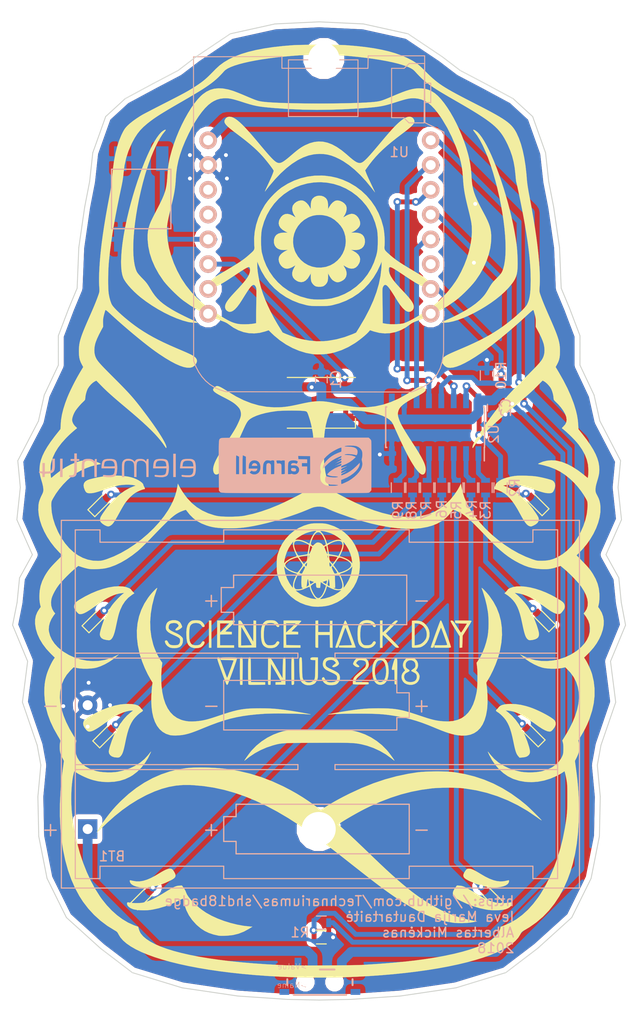
<source format=kicad_pcb>
(kicad_pcb (version 20171130) (host pcbnew no-vcs-found-bf44d39~61~ubuntu16.04.1)
  (layers (0 F.Cu signal) (31 B.Cu signal) (34 B.Paste user) (35 F.Paste user) (36 B.SilkS user) (37 F.SilkS user) (38 B.Mask user) (39 F.Mask user) (44 Edge.Cuts user))
  (net 0 "")
  (net 1 "Net-(U1-Pad9)")
  (net 2 "Net-(R1-Pad2)")
  (net 3 "Net-(U1-Pad11)")
  (net 4 "Net-(U1-Pad12)")
  (net 5 "Net-(U1-Pad14)")
  (net 6 "Net-(U1-Pad15)")
  (net 7 +3V3)
  (net 8 VCC)
  (net 9 GND)
  (net 10 "Net-(U1-Pad3)")
  (net 11 "Net-(U1-Pad4)")
  (net 12 "Net-(SW2-Pad2)")
  (net 13 "Net-(LED1-Pad4)")
  (net 14 "Net-(U1-Pad7)")
  (net 15 "Net-(U1-Pad8)")
  (net 16 "Net-(R9-Pad2)")
  (net 17 "Net-(D8-Pad2)")
  (net 18 "Net-(D1-Pad2)")
  (net 19 "Net-(R2-Pad2)")
  (net 20 "Net-(R3-Pad2)")
  (net 21 "Net-(D2-Pad2)")
  (net 22 "Net-(D3-Pad2)")
  (net 23 "Net-(R4-Pad2)")
  (net 24 "Net-(R5-Pad2)")
  (net 25 "Net-(D4-Pad2)")
  (net 26 "Net-(D5-Pad2)")
  (net 27 "Net-(R6-Pad2)")
  (net 28 "Net-(R7-Pad2)")
  (net 29 "Net-(D6-Pad2)")
  (net 30 "Net-(D7-Pad2)")
  (net 31 "Net-(R8-Pad2)")
  (net 32 "Net-(LED1-Pad2)")
  (net 33 "Net-(U2-Pad9)")
  (net 34 "Net-(BT1-Pad1)")
  (net 35 "Net-(SW1-Pad1)")
  (net 36 "Net-(R10-Pad1)")
  (module Battery_Holders:Keystone_2479_3xAAA (layer B.Cu) (at 264 215)
    (fp_text reference BT1 (at 2.5 2.8 180) (layer B.SilkS) (effects (justify mirror)))
    (fp_text value Battery)
    (fp_text user + (at 12.7 0) (layer B.SilkS) (effects (font (size 1.5 1.5)) (justify mirror)))
    (fp_text user + (at 34.29 -12.7) (layer B.SilkS) (effects (font (size 1.5 1.5)) (justify mirror)))
    (fp_text user + (at 12.7 -23.495) (layer B.SilkS) (effects (font (size 1.5 1.5)) (justify mirror)))
    (fp_text user - (at 12.7 -12.7) (layer B.SilkS) (effects (font (size 1.5 1.5)) (justify mirror)))
    (fp_text user - (at 34.29 -23.495) (layer B.SilkS) (effects (font (size 1.5 1.5)) (justify mirror)))
    (fp_text user - (at 34.29 0) (layer B.SilkS) (effects (font (size 1.5 1.5)) (justify mirror)))
    (fp_text user - (at -3.81 -12.7) (layer B.SilkS) (effects (font (size 1.5 1.5)) (justify mirror)))
    (fp_text user + (at -3.81 0) (layer B.SilkS) (effects (font (size 1.5 1.5)) (justify mirror)))
    (pad 1 thru_hole rect (at 0 0) (size 2 2) (drill 1.02) (layers *.Cu *.Mask) (net 34 "Net-(BT1-Pad1)"))
    (pad 2 thru_hole circle (at 0 -12.7) (size 2 2) (drill 1.02) (layers *.Cu *.Mask) (net 9 GND))
    (pad "" np_thru_hole circle (at 23.7236 0) (size 3.5 3.5) (drill 3.5) (layers *.Cu *.Mask))
  )
  (module Resistors_SMD:R_0603 (layer B.Cu) (at 305 168.5 90)
    (fp_text reference R10 (at 0 1.45 90) (layer B.SilkS) (effects (justify mirror)))
    (fp_text value 1k)
    (pad 2 smd rect (at 0.75 0 90) (size 0.5 0.9) (layers B.Cu B.Paste B.Mask) (net 9 GND))
    (pad 1 smd rect (at -0.75 0 90) (size 0.5 0.9) (layers B.Cu B.Paste B.Mask) (net 36 "Net-(R10-Pad1)"))
  )
  (module wemos:4P-SMD-6.2X6.2X4H (layer B.Cu) (at 269.5 150.4 270)
    (fp_text reference SW2)
    (fp_text value SW_Push hide)
    (pad 1 smd rect (at -4.129 2.159 270) (size 2.54 1.27) (layers B.Cu B.Paste B.Mask) (net 9 GND))
    (pad 2 smd rect (at -4.129 -2.159 270) (size 2.54 1.27) (layers B.Cu B.Paste B.Mask) (net 12 "Net-(SW2-Pad2)"))
    (pad 2 smd rect (at 4.129 -2.159 270) (size 2.54 1.27) (layers B.Cu B.Paste B.Mask) (net 12 "Net-(SW2-Pad2)"))
    (pad 1 smd rect (at 4.129 2.159 270) (size 2.54 1.27) (layers B.Cu B.Paste B.Mask) (net 9 GND))
  )
  (module wemos:SWITCH-SPST-SMD-A (layer B.Cu) (at 287.85 230.7)
    (fp_text reference SW1 hide)
    (fp_text value SW_SPDT hide)
    (fp_text user >Name (at -1.27 0.635) (layer B.SilkS) (effects (font (size 0.57912 0.57912) (thickness 0.048768)) (justify left bottom mirror)))
    (fp_text user >Value (at -1.27 -1.27) (layer B.SilkS) (effects (font (size 0.57912 0.57912) (thickness 0.048768)) (justify left bottom mirror)))
    (pad 1 smd rect (at -2.25 -1.75 180) (size 0.7 1.5) (layers B.Cu B.Paste B.Mask) (net 35 "Net-(SW1-Pad1)"))
    (pad 2 smd rect (at -0.75 -1.75 180) (size 0.7 1.5) (layers B.Cu B.Paste B.Mask) (net 34 "Net-(BT1-Pad1)"))
    (pad 3 smd rect (at 2.25 -1.75 180) (size 0.7 1.5) (layers B.Cu B.Paste B.Mask) (net 8 VCC))
    (pad GND1 smd rect (at -3.65 1) (size 1 0.6) (layers B.Cu B.Paste B.Mask))
    (pad GND2 smd rect (at -3.65 -1.1) (size 1 0.8) (layers B.Cu B.Paste B.Mask))
    (pad GND3 smd rect (at 3.65 1) (size 1 0.6) (layers B.Cu B.Paste B.Mask))
    (pad GND4 smd rect (at 3.65 -1.1) (size 1 0.8) (layers B.Cu B.Paste B.Mask))
    (pad "" np_thru_hole circle (at -1.5 0) (size 0.9 0.9) (drill 0.9) (layers *.Cu))
    (pad "" np_thru_hole circle (at 1.5 0) (size 0.9 0.9) (drill 0.9) (layers *.Cu))
  )
  (module Capacitors_SMD:C_0603 (layer B.Cu) (at 288 168.9 90)
    (fp_text reference C1 (at 0 1.5 90) (layer B.SilkS) (effects (justify mirror)))
    (fp_text value 1u)
    (pad 2 smd rect (at 0.75 0 90) (size 0.8 0.75) (layers B.Cu B.Paste B.Mask) (net 9 GND))
    (pad 1 smd rect (at -0.75 0 90) (size 0.8 0.75) (layers B.Cu B.Paste B.Mask) (net 8 VCC))
  )
  (module Capacitors_SMD:C_0603 (layer B.Cu) (at 305.659625 171.798525 270)
    (fp_text reference C2 (at 0 -1.3 270) (layer B.SilkS) (effects (justify mirror)))
    (fp_text value 1u)
    (pad 1 smd rect (at -0.75 0 270) (size 0.8 0.75) (layers B.Cu B.Paste B.Mask) (net 8 VCC))
    (pad 2 smd rect (at 0.75 0 270) (size 0.8 0.75) (layers B.Cu B.Paste B.Mask) (net 9 GND))
  )
  (module Housings_SOIC:SOIC-16_3.9x9.9mm_Pitch1.27mm (layer B.Cu) (at 299.679556 173.799402 90)
    (fp_text reference U2 (at -0.700598 6.020444 90) (layer B.SilkS) (effects (justify mirror)))
    (fp_text value 74HC595)
    (pad 16 smd rect (at 2.7 4.445 90) (size 1.5 0.6) (layers B.Cu B.Paste B.Mask) (net 8 VCC))
    (pad 15 smd rect (at 2.7 3.175 90) (size 1.5 0.6) (layers B.Cu B.Paste B.Mask) (net 19 "Net-(R2-Pad2)"))
    (pad 14 smd rect (at 2.7 1.905 90) (size 1.5 0.6) (layers B.Cu B.Paste B.Mask) (net 5 "Net-(U1-Pad14)"))
    (pad 13 smd rect (at 2.7 0.635 90) (size 1.5 0.6) (layers B.Cu B.Paste B.Mask) (net 36 "Net-(R10-Pad1)"))
    (pad 12 smd rect (at 2.7 -0.635 90) (size 1.5 0.6) (layers B.Cu B.Paste B.Mask) (net 6 "Net-(U1-Pad15)"))
    (pad 11 smd rect (at 2.7 -1.905 90) (size 1.5 0.6) (layers B.Cu B.Paste B.Mask) (net 4 "Net-(U1-Pad12)"))
    (pad 10 smd rect (at 2.7 -3.175 90) (size 1.5 0.6) (layers B.Cu B.Paste B.Mask) (net 8 VCC))
    (pad 9 smd rect (at 2.7 -4.445 90) (size 1.5 0.6) (layers B.Cu B.Paste B.Mask) (net 33 "Net-(U2-Pad9)"))
    (pad 8 smd rect (at -2.7 -4.445 90) (size 1.5 0.6) (layers B.Cu B.Paste B.Mask) (net 9 GND))
    (pad 7 smd rect (at -2.7 -3.175 90) (size 1.5 0.6) (layers B.Cu B.Paste B.Mask) (net 16 "Net-(R9-Pad2)"))
    (pad 6 smd rect (at -2.7 -1.905 90) (size 1.5 0.6) (layers B.Cu B.Paste B.Mask) (net 31 "Net-(R8-Pad2)"))
    (pad 5 smd rect (at -2.7 -0.635 90) (size 1.5 0.6) (layers B.Cu B.Paste B.Mask) (net 28 "Net-(R7-Pad2)"))
    (pad 4 smd rect (at -2.7 0.635 90) (size 1.5 0.6) (layers B.Cu B.Paste B.Mask) (net 27 "Net-(R6-Pad2)"))
    (pad 3 smd rect (at -2.7 1.905 90) (size 1.5 0.6) (layers B.Cu B.Paste B.Mask) (net 24 "Net-(R5-Pad2)"))
    (pad 2 smd rect (at -2.7 3.175 90) (size 1.5 0.6) (layers B.Cu B.Paste B.Mask) (net 23 "Net-(R4-Pad2)"))
    (pad 1 smd rect (at -2.7 4.445 90) (size 1.5 0.6) (layers B.Cu B.Paste B.Mask) (net 20 "Net-(R3-Pad2)"))
  )
  (module LEDs:LED_0603 (layer F.Cu) (at 310.8 193.5 135)
    (fp_text reference D7 hide)
    (fp_text value LED)
    (pad 2 smd rect (at 0.799999 0 315) (size 0.8 0.8) (layers F.Cu F.Paste F.Mask) (net 30 "Net-(D7-Pad2)"))
    (pad 1 smd rect (at -0.799999 0 315) (size 0.8 0.8) (layers F.Cu F.Paste F.Mask) (net 9 GND))
  )
  (module LEDs:LED_0603 (layer F.Cu) (at 309.7 205.3 135)
    (fp_text reference D6 hide)
    (fp_text value LED)
    (pad 1 smd rect (at -0.799999 0 315) (size 0.8 0.8) (layers F.Cu F.Paste F.Mask) (net 9 GND))
    (pad 2 smd rect (at 0.799999 0 315) (size 0.8 0.8) (layers F.Cu F.Paste F.Mask) (net 29 "Net-(D6-Pad2)"))
  )
  (module LEDs:LED_0603 (layer F.Cu) (at 305.4 221.9 135)
    (fp_text reference D5 hide)
    (fp_text value LED)
    (pad 2 smd rect (at 0.799999 0 315) (size 0.8 0.8) (layers F.Cu F.Paste F.Mask) (net 26 "Net-(D5-Pad2)"))
    (pad 1 smd rect (at -0.799999 0 315) (size 0.8 0.8) (layers F.Cu F.Paste F.Mask) (net 9 GND))
  )
  (module LEDs:LED_0603 (layer F.Cu) (at 269.7 222 45)
    (fp_text reference D4 hide)
    (fp_text value LED)
    (pad 1 smd rect (at -0.799999 0 225) (size 0.8 0.8) (layers F.Cu F.Paste F.Mask) (net 9 GND))
    (pad 2 smd rect (at 0.799999 0 225) (size 0.8 0.8) (layers F.Cu F.Paste F.Mask) (net 25 "Net-(D4-Pad2)"))
  )
  (module LEDs:LED_0603 (layer F.Cu) (at 265.8 205.4 45)
    (fp_text reference D3 hide)
    (fp_text value LED)
    (pad 2 smd rect (at 0.799999 0 225) (size 0.8 0.8) (layers F.Cu F.Paste F.Mask) (net 22 "Net-(D3-Pad2)"))
    (pad 1 smd rect (at -0.799999 0 225) (size 0.8 0.8) (layers F.Cu F.Paste F.Mask) (net 9 GND))
  )
  (module LEDs:LED_0603 (layer F.Cu) (at 264.7 193.6 45)
    (fp_text reference D2 hide)
    (fp_text value LED)
    (pad 1 smd rect (at -0.799999 0 225) (size 0.8 0.8) (layers F.Cu F.Paste F.Mask) (net 9 GND))
    (pad 2 smd rect (at 0.799999 0 225) (size 0.8 0.8) (layers F.Cu F.Paste F.Mask) (net 21 "Net-(D2-Pad2)"))
  )
  (module LEDs:LED_0603 (layer F.Cu) (at 265.3 181.7 45)
    (fp_text reference D1 hide)
    (fp_text value LED)
    (pad 2 smd rect (at 0.799999 0 225) (size 0.8 0.8) (layers F.Cu F.Paste F.Mask) (net 18 "Net-(D1-Pad2)"))
    (pad 1 smd rect (at -0.799999 0 225) (size 0.8 0.8) (layers F.Cu F.Paste F.Mask) (net 9 GND))
  )
  (module LEDs:LED_0603 (layer F.Cu) (at 310.1 181.6 135)
    (fp_text reference D8 hide)
    (fp_text value LED)
    (pad 1 smd rect (at -0.799999 0 315) (size 0.8 0.8) (layers F.Cu F.Paste F.Mask) (net 9 GND))
    (pad 2 smd rect (at 0.799999 0 315) (size 0.8 0.8) (layers F.Cu F.Paste F.Mask) (net 17 "Net-(D8-Pad2)"))
  )
  (module LEDs:LED_WS2812B-PLCC4 (layer F.Cu) (at 288 171.3)
    (fp_text reference LED1 hide)
    (fp_text value WS2812B)
    (pad 1 smd rect (at -2.5 -1.6) (size 1.6 1) (layers F.Cu F.Paste F.Mask) (net 8 VCC))
    (pad 2 smd rect (at -2.5 1.6) (size 1.6 1) (layers F.Cu F.Paste F.Mask) (net 32 "Net-(LED1-Pad2)"))
    (pad 4 smd rect (at 2.5 -1.6) (size 1.6 1) (layers F.Cu F.Paste F.Mask) (net 13 "Net-(LED1-Pad4)"))
    (pad 3 smd rect (at 2.5 1.6) (size 1.6 1) (layers F.Cu F.Paste F.Mask) (net 9 GND))
  )
  (module Mounting_Holes:MountingHole_3.2mm_M3 (layer F.Cu) (at 288.25 136)
    (fp_text reference MK1 hide)
    (fp_text value Mounting_Hole)
    (pad 1 np_thru_hole circle (at 0 0) (size 3.2 3.2) (drill 3.2) (layers *.Cu *.Mask))
  )
  (module Resistors_SMD:R_0603 (layer B.Cu) (at 297.359625 179.998525 90)
    (fp_text reference R8 (at -2.3 -0.1 90) (layer B.SilkS) (effects (justify mirror)))
    (fp_text value 1k)
    (pad 1 smd rect (at -0.75 0 90) (size 0.5 0.9) (layers B.Cu B.Paste B.Mask) (net 21 "Net-(D2-Pad2)"))
    (pad 2 smd rect (at 0.75 0 90) (size 0.5 0.9) (layers B.Cu B.Paste B.Mask) (net 31 "Net-(R8-Pad2)"))
  )
  (module Resistors_SMD:R_0603 (layer B.Cu) (at 298.859625 179.998525 90)
    (fp_text reference R7 (at -2.3 -0.1 90) (layer B.SilkS) (effects (justify mirror)))
    (fp_text value 1k)
    (pad 2 smd rect (at 0.75 0 90) (size 0.5 0.9) (layers B.Cu B.Paste B.Mask) (net 28 "Net-(R7-Pad2)"))
    (pad 1 smd rect (at -0.75 0 90) (size 0.5 0.9) (layers B.Cu B.Paste B.Mask) (net 22 "Net-(D3-Pad2)"))
  )
  (module Resistors_SMD:R_0603 (layer B.Cu) (at 300.359625 179.998525 90)
    (fp_text reference R6 (at -2.2 0 90) (layer B.SilkS) (effects (justify mirror)))
    (fp_text value 1k)
    (pad 1 smd rect (at -0.75 0 90) (size 0.5 0.9) (layers B.Cu B.Paste B.Mask) (net 25 "Net-(D4-Pad2)"))
    (pad 2 smd rect (at 0.75 0 90) (size 0.5 0.9) (layers B.Cu B.Paste B.Mask) (net 27 "Net-(R6-Pad2)"))
  )
  (module Resistors_SMD:R_0603 (layer B.Cu) (at 301.859625 179.998525 90)
    (fp_text reference R5 (at -2.3 0 90) (layer B.SilkS) (effects (justify mirror)))
    (fp_text value 1k)
    (pad 2 smd rect (at 0.75 0 90) (size 0.5 0.9) (layers B.Cu B.Paste B.Mask) (net 24 "Net-(R5-Pad2)"))
    (pad 1 smd rect (at -0.75 0 90) (size 0.5 0.9) (layers B.Cu B.Paste B.Mask) (net 26 "Net-(D5-Pad2)"))
  )
  (module Resistors_SMD:R_0603 (layer B.Cu) (at 303.359625 179.998525 90)
    (fp_text reference R4 (at -2.2 0.1 90) (layer B.SilkS) (effects (justify mirror)))
    (fp_text value 1k)
    (pad 1 smd rect (at -0.75 0 90) (size 0.5 0.9) (layers B.Cu B.Paste B.Mask) (net 29 "Net-(D6-Pad2)"))
    (pad 2 smd rect (at 0.75 0 90) (size 0.5 0.9) (layers B.Cu B.Paste B.Mask) (net 23 "Net-(R4-Pad2)"))
  )
  (module Resistors_SMD:R_0603 (layer B.Cu) (at 304.859625 179.998525 90)
    (fp_text reference R3 (at -2.3 0 90) (layer B.SilkS) (effects (justify mirror)))
    (fp_text value 1k)
    (pad 2 smd rect (at 0.75 0 90) (size 0.5 0.9) (layers B.Cu B.Paste B.Mask) (net 20 "Net-(R3-Pad2)"))
    (pad 1 smd rect (at -0.75 0 90) (size 0.5 0.9) (layers B.Cu B.Paste B.Mask) (net 30 "Net-(D7-Pad2)"))
  )
  (module Resistors_SMD:R_0603 (layer B.Cu) (at 306.4 180 90)
    (fp_text reference R2 (at 0 1.45 90) (layer B.SilkS) (effects (justify mirror)))
    (fp_text value 1k)
    (pad 1 smd rect (at -0.75 0 90) (size 0.5 0.9) (layers B.Cu B.Paste B.Mask) (net 17 "Net-(D8-Pad2)"))
    (pad 2 smd rect (at 0.75 0 90) (size 0.5 0.9) (layers B.Cu B.Paste B.Mask) (net 19 "Net-(R2-Pad2)"))
  )
  (module Resistors_SMD:R_0603 (layer B.Cu) (at 288 224.6 180)
    (fp_text reference R1 (at 2.2 -1 180) (layer B.SilkS) (effects (justify mirror)))
    (fp_text value R)
    (pad 2 smd rect (at 0.75 0 180) (size 0.5 0.9) (layers B.Cu B.Paste B.Mask) (net 2 "Net-(R1-Pad2)"))
    (pad 1 smd rect (at -0.75 0 180) (size 0.5 0.9) (layers B.Cu B.Paste B.Mask) (net 7 +3V3))
  )
  (module Resistors_SMD:R_0603 (layer F.Cu) (at 288 226.1)
    (fp_text reference TH1 hide)
    (fp_text value Thermistor)
    (pad 1 smd rect (at -0.75 0) (size 0.5 0.9) (layers F.Cu F.Paste F.Mask) (net 2 "Net-(R1-Pad2)"))
    (pad 2 smd rect (at 0.75 0) (size 0.5 0.9) (layers F.Cu F.Paste F.Mask) (net 9 GND))
  )
  (module Resistors_SMD:R_0603 (layer B.Cu) (at 295.859625 179.998525 90)
    (fp_text reference R9 (at -2.3 0 90) (layer B.SilkS) (effects (justify mirror)))
    (fp_text value 1k)
    (pad 2 smd rect (at 0.75 0 90) (size 0.5 0.9) (layers B.Cu B.Paste B.Mask) (net 16 "Net-(R9-Pad2)"))
    (pad 1 smd rect (at -0.75 0 90) (size 0.5 0.9) (layers B.Cu B.Paste B.Mask) (net 18 "Net-(D1-Pad2)"))
  )
  (module wemos:D1_mini_board (layer B.Cu) (at 287.8 152)
    (fp_text reference U1 (at 8.2 -6.4) (layer B.SilkS) (effects (justify mirror)))
    (fp_text value WeMos_mini)
    (pad 9 thru_hole circle (at 11.43 10.16) (size 1.8 1.8) (drill 1.016) (layers *.Cu *.Mask B.SilkS) (net 1 "Net-(U1-Pad9)"))
    (pad 10 thru_hole circle (at 11.43 7.62) (size 1.8 1.8) (drill 1.016) (layers *.Cu *.Mask B.SilkS) (net 2 "Net-(R1-Pad2)"))
    (pad 11 thru_hole circle (at 11.43 5.08) (size 1.8 1.8) (drill 1.016) (layers *.Cu *.Mask B.SilkS) (net 3 "Net-(U1-Pad11)"))
    (pad 12 thru_hole circle (at 11.43 2.54) (size 1.8 1.8) (drill 1.016) (layers *.Cu *.Mask B.SilkS) (net 4 "Net-(U1-Pad12)"))
    (pad 13 thru_hole circle (at 11.43 0) (size 1.8 1.8) (drill 1.016) (layers *.Cu *.Mask B.SilkS) (net 36 "Net-(R10-Pad1)"))
    (pad 14 thru_hole circle (at 11.43 -2.54) (size 1.8 1.8) (drill 1.016) (layers *.Cu *.Mask B.SilkS) (net 5 "Net-(U1-Pad14)"))
    (pad 15 thru_hole circle (at 11.43 -5.08) (size 1.8 1.8) (drill 1.016) (layers *.Cu *.Mask B.SilkS) (net 6 "Net-(U1-Pad15)"))
    (pad 16 thru_hole circle (at 11.43 -7.62) (size 1.8 1.8) (drill 1.016) (layers *.Cu *.Mask B.SilkS) (net 7 +3V3))
    (pad 1 thru_hole circle (at -11.43 -7.62) (size 1.8 1.8) (drill 1.016) (layers *.Cu *.Mask B.SilkS) (net 8 VCC))
    (pad 2 thru_hole circle (at -11.43 -5.08) (size 1.8 1.8) (drill 1.016) (layers *.Cu *.Mask B.SilkS) (net 9 GND))
    (pad 3 thru_hole circle (at -11.43 -2.54) (size 1.8 1.8) (drill 1.016) (layers *.Cu *.Mask B.SilkS) (net 10 "Net-(U1-Pad3)"))
    (pad 4 thru_hole circle (at -11.43 0) (size 1.8 1.8) (drill 1.016) (layers *.Cu *.Mask B.SilkS) (net 11 "Net-(U1-Pad4)"))
    (pad 5 thru_hole circle (at -11.43 2.54) (size 1.8 1.8) (drill 1.016) (layers *.Cu *.Mask B.SilkS) (net 12 "Net-(SW2-Pad2)"))
    (pad 6 thru_hole circle (at -11.43 5.08) (size 1.8 1.8) (drill 1.016) (layers *.Cu *.Mask B.SilkS) (net 13 "Net-(LED1-Pad4)"))
    (pad 7 thru_hole circle (at -11.43 7.62) (size 1.8 1.8) (drill 1.016) (layers *.Cu *.Mask B.SilkS) (net 14 "Net-(U1-Pad7)"))
    (pad 8 thru_hole circle (at -11.43 10.16) (size 1.8 1.8) (drill 1.016) (layers *.Cu *.Mask B.SilkS) (net 15 "Net-(U1-Pad8)"))
  )
  (module wemos:letunas (layer F.Cu) (at 287.8 182.4)
    (fp_text reference G*** hide)
    (fp_text value LOGO hide)
  )
  (module wemos:farnell-logo (layer B.Cu) (at 276 177.7 180)
    (fp_text reference G*** hide)
    (fp_text value LOGO hide)
  )
  (gr_text "https://github.com/Technariumas/shd18badge\nIeva Marija Dautartaitė\nAlbertas Mickėnas\n2018" (at 307.9 224.8) (layer B.SilkS) (effects (font (size 1 1)) (justify left mirror)))
  (gr_line (start 317.224037 186.866309) (end 318.817143 183.281444) (layer Edge.Cuts) (width 0.1))
  (gr_line (start 268.590007 229.719983) (end 273.696832 231.276443) (layer Edge.Cuts) (width 0.1))
  (gr_line (start 265.319288 227.232503) (end 268.590007 229.719983) (layer Edge.Cuts) (width 0.1))
  (gr_line (start 261.820483 224.074657) (end 265.319288 227.232503) (layer Edge.Cuts) (width 0.1))
  (gr_line (start 318.817143 183.281444) (end 318.462556 179.969576) (layer Edge.Cuts) (width 0.1))
  (gr_line (start 265.850569 141.952195) (end 264.526587 145.66419) (layer Edge.Cuts) (width 0.1))
  (gr_line (start 267.850655 140.117147) (end 265.850569 141.952195) (layer Edge.Cuts) (width 0.1))
  (gr_line (start 316.549568 215.737906) (end 316.638 211.681335) (layer Edge.Cuts) (width 0.1))
  (gr_line (start 315.69679 220.056049) (end 316.549568 215.737906) (layer Edge.Cuts) (width 0.1))
  (gr_line (start 313.707122 224.074627) (end 315.69679 220.056049) (layer Edge.Cuts) (width 0.1))
  (gr_line (start 284.510622 232.465466) (end 287.763498 232.53261) (layer Edge.Cuts) (width 0.1))
  (gr_line (start 279.412719 232.119173) (end 284.510622 232.465466) (layer Edge.Cuts) (width 0.1))
  (gr_line (start 273.696832 231.276443) (end 279.412719 232.119173) (layer Edge.Cuts) (width 0.1))
  (gr_line (start 258.950424 173.16207) (end 256.82503 177.2357) (layer Edge.Cuts) (width 0.1))
  (gr_line (start 259.546721 170.500013) (end 258.950424 173.16207) (layer Edge.Cuts) (width 0.1))
  (gr_line (start 318.462556 179.969576) (end 318.721768 177.235068) (layer Edge.Cuts) (width 0.1))
  (gr_line (start 316.709161 206.405992) (end 318.225248 201.99671) (layer Edge.Cuts) (width 0.1))
  (gr_line (start 316.334632 208.447473) (end 316.709161 206.405992) (layer Edge.Cuts) (width 0.1))
  (gr_line (start 316.638 211.681335) (end 316.334632 208.447473) (layer Edge.Cuts) (width 0.1))
  (gr_line (start 256.75436 191.77548) (end 256.293401 194.09174) (layer Edge.Cuts) (width 0.1))
  (gr_line (start 257.006022 189.250154) (end 256.75436 191.77548) (layer Edge.Cuts) (width 0.1))
  (gr_line (start 259.830964 220.056138) (end 261.820483 224.074657) (layer Edge.Cuts) (width 0.1))
  (gr_line (start 258.978186 215.73804) (end 259.830964 220.056138) (layer Edge.Cuts) (width 0.1))
  (gr_line (start 311.341844 148.608526) (end 311.020056 145.664177) (layer Edge.Cuts) (width 0.1))
  (gr_line (start 311.850442 151.221192) (end 311.341844 148.608526) (layer Edge.Cuts) (width 0.1))
  (gr_line (start 264.204682 148.608539) (end 263.69636 151.221205) (layer Edge.Cuts) (width 0.1))
  (gr_line (start 264.526587 145.66419) (end 264.204682 148.608539) (layer Edge.Cuts) (width 0.1))
  (gr_line (start 262.055086 161.624139) (end 260.990898 164.424244) (layer Edge.Cuts) (width 0.1))
  (gr_line (start 262.920315 159.549201) (end 262.055086 161.624139) (layer Edge.Cuts) (width 0.1))
  (gr_line (start 292.319744 132.454115) (end 287.773103 132.239205) (layer Edge.Cuts) (width 0.1))
  (gr_line (start 296.894889 133.464067) (end 292.319744 132.454115) (layer Edge.Cuts) (width 0.1))
  (gr_line (start 260.993144 167.43601) (end 259.546721 170.500013) (layer Edge.Cuts) (width 0.1))
  (gr_line (start 260.990898 164.424244) (end 260.993144 167.43601) (layer Edge.Cuts) (width 0.1))
  (gr_line (start 310.208019 227.232503) (end 313.707122 224.074627) (layer Edge.Cuts) (width 0.1))
  (gr_line (start 306.937536 229.719983) (end 310.208019 227.232503) (layer Edge.Cuts) (width 0.1))
  (gr_line (start 301.830722 231.276443) (end 306.937536 229.719983) (layer Edge.Cuts) (width 0.1))
  (gr_line (start 316.595793 173.162057) (end 316 170.5) (layer Edge.Cuts) (width 0.1))
  (gr_line (start 318.721768 177.235068) (end 316.595793 173.162057) (layer Edge.Cuts) (width 0.1))
  (gr_line (start 304.776887 138.546409) (end 302.249818 137.220802) (layer Edge.Cuts) (width 0.1))
  (gr_line (start 307.696337 140.117095) (end 304.776887 138.546409) (layer Edge.Cuts) (width 0.1))
  (gr_line (start 283.226806 132.454116) (end 278.651596 133.464071) (layer Edge.Cuts) (width 0.1))
  (gr_line (start 287.773103 132.239205) (end 283.226806 132.454116) (layer Edge.Cuts) (width 0.1))
  (gr_line (start 318.542906 189.245494) (end 317.224037 186.866309) (layer Edge.Cuts) (width 0.1))
  (gr_line (start 263.090972 155.386579) (end 262.920315 159.549201) (layer Edge.Cuts) (width 0.1))
  (gr_line (start 263.69636 151.221205) (end 263.090972 155.386579) (layer Edge.Cuts) (width 0.1))
  (gr_line (start 258.889605 211.681454) (end 258.978186 215.73804) (layer Edge.Cuts) (width 0.1))
  (gr_line (start 259.192676 208.447473) (end 258.889605 211.681454) (layer Edge.Cuts) (width 0.1))
  (gr_line (start 270.76964 138.546732) (end 267.850655 140.117147) (layer Edge.Cuts) (width 0.1))
  (gr_line (start 273.296903 137.220853) (end 270.76964 138.546732) (layer Edge.Cuts) (width 0.1))
  (gr_line (start 258.818766 206.405992) (end 259.192676 208.447473) (layer Edge.Cuts) (width 0.1))
  (gr_line (start 257.302253 201.99671) (end 258.818766 206.405992) (layer Edge.Cuts) (width 0.1))
  (gr_line (start 275.136675 135.816909) (end 273.296903 137.220853) (layer Edge.Cuts) (width 0.1))
  (gr_line (start 278.651596 133.464071) (end 275.136675 135.816909) (layer Edge.Cuts) (width 0.1))
  (gr_line (start 313.485245 161.608947) (end 312.626212 159.549188) (layer Edge.Cuts) (width 0.1))
  (gr_line (start 314.55497 164.421985) (end 313.485245 161.608947) (layer Edge.Cuts) (width 0.1))
  (gr_line (start 258.324349 186.870968) (end 257.006022 189.250154) (layer Edge.Cuts) (width 0.1))
  (gr_line (start 256.731552 183.286142) (end 258.324349 186.870968) (layer Edge.Cuts) (width 0.1))
  (gr_line (start 312.455692 155.386566) (end 311.850442 151.221192) (layer Edge.Cuts) (width 0.1))
  (gr_line (start 312.626212 159.549188) (end 312.455692 155.386566) (layer Edge.Cuts) (width 0.1))
  (gr_line (start 309.695958 141.952182) (end 307.696337 140.117095) (layer Edge.Cuts) (width 0.1))
  (gr_line (start 311.020056 145.664177) (end 309.695958 141.952182) (layer Edge.Cuts) (width 0.1))
  (gr_line (start 257.08645 179.974546) (end 256.731552 183.286142) (layer Edge.Cuts) (width 0.1))
  (gr_line (start 256.82503 177.2357) (end 257.08645 179.974546) (layer Edge.Cuts) (width 0.1))
  (gr_line (start 296.114699 232.119173) (end 301.830722 231.276443) (layer Edge.Cuts) (width 0.1))
  (gr_line (start 291.016584 232.465466) (end 296.114699 232.119173) (layer Edge.Cuts) (width 0.1))
  (gr_line (start 287.763498 232.53261) (end 291.016584 232.465466) (layer Edge.Cuts) (width 0.1))
  (gr_line (start 300.409542 135.816896) (end 296.894889 133.464067) (layer Edge.Cuts) (width 0.1))
  (gr_line (start 302.249818 137.220802) (end 300.409542 135.816896) (layer Edge.Cuts) (width 0.1))
  (gr_line (start 319.234526 194.09174) (end 318.794645 191.77082) (layer Edge.Cuts) (width 0.1))
  (gr_line (start 317.68932 197.8042) (end 319.234526 194.09174) (layer Edge.Cuts) (width 0.1))
  (gr_line (start 318.225248 201.99671) (end 317.68932 197.8042) (layer Edge.Cuts) (width 0.1))
  (gr_line (start 318.794645 191.77082) (end 318.542906 189.245494) (layer Edge.Cuts) (width 0.1))
  (gr_line (start 257.837987 197.8042) (end 257.302253 201.99671) (layer Edge.Cuts) (width 0.1))
  (gr_line (start 256.293401 194.09174) (end 257.837987 197.8042) (layer Edge.Cuts) (width 0.1))
  (gr_line (start 314.553382 167.435997) (end 314.55497 164.421985) (layer Edge.Cuts) (width 0.1))
  (gr_line (start 316 170.5) (end 314.553382 167.435997) (layer Edge.Cuts) (width 0.1))
  (segment (start 308.6 172.3) (end 312.8 176.5) (width 0.5) (layer B.Cu) (net 2))
  (segment (start 305.3 225.8) (end 291.524529 225.8) (width 0.5) (layer B.Cu) (net 2))
  (segment (start 308.5 172.3) (end 308.6 172.3) (width 0.5) (layer B.Cu) (net 2))
  (segment (start 312.8 176.5) (end 312.8 218.3) (width 0.5) (layer B.Cu) (net 2))
  (segment (start 307.6 171.4) (end 308.5 172.3) (width 0.5) (layer B.Cu) (net 2))
  (segment (start 291.524529 225.8) (end 289.361958 223.637429) (width 0.5) (layer B.Cu) (net 2))
  (segment (start 312.8 218.3) (end 305.3 225.8) (width 0.5) (layer B.Cu) (net 2))
  (segment (start 289.361958 223.637429) (end 288.012571 223.637429) (width 0.5) (layer B.Cu) (net 2))
  (segment (start 287.25 224.4) (end 287.25 224.6) (width 0.5) (layer B.Cu) (net 2))
  (segment (start 288.012571 223.637429) (end 287.25 224.4) (width 0.5) (layer B.Cu) (net 2))
  (segment (start 287.202456 225.379754) (end 287.202456 226.052456) (width 0.25) (layer F.Cu) (net 2))
  (segment (start 287.202456 226.052456) (end 287.25 226.1) (width 0.25) (layer F.Cu) (net 2))
  (segment (start 287.25 224.6) (end 287.25 225.33221) (width 0.25) (layer B.Cu) (net 2))
  (segment (start 287.25 225.33221) (end 287.202456 225.379754) (width 0.25) (layer B.Cu) (net 2))
  (via (at 287.202456 225.379754) (size 0.8) (drill 0.4) (layers F.Cu B.Cu) (net 2))
  (segment (start 307.6 171.4) (end 307.6 170.1) (width 0.5) (layer F.Cu) (net 2))
  (segment (start 306.44999 168.94999) (end 306.44999 168.910657) (width 0.5) (layer F.Cu) (net 2))
  (segment (start 307.6 170.1) (end 306.44999 168.94999) (width 0.5) (layer F.Cu) (net 2))
  (segment (start 306.44999 168.910657) (end 306.44999 168.344972) (width 0.5) (layer F.Cu) (net 2))
  (segment (start 306.44999 167.779287) (end 306.44999 168.344972) (width 0.5) (layer B.Cu) (net 2))
  (segment (start 306.44999 166.13999) (end 306.44999 167.779287) (width 0.5) (layer B.Cu) (net 2))
  (via (at 306.44999 168.344972) (size 0.8) (drill 0.4) (layers F.Cu B.Cu) (net 2))
  (segment (start 299.93 159.62) (end 306.44999 166.13999) (width 0.5) (layer B.Cu) (net 2))
  (via (at 307.6 171.4) (size 0.8) (drill 0.4) (layers F.Cu B.Cu) (net 2))
  (segment (start 297.774556 171.099402) (end 297.774556 155.525444) (width 0.5) (layer B.Cu) (net 4))
  (segment (start 297.774556 155.525444) (end 298.76 154.54) (width 0.5) (layer B.Cu) (net 4))
  (segment (start 298.76 154.54) (end 299.93 154.54) (width 0.5) (layer B.Cu) (net 4))
  (segment (start 297.7 150.7) (end 297.99 150.7) (width 0.5) (layer B.Cu) (net 5))
  (segment (start 297.99 150.7) (end 299.23 149.46) (width 0.5) (layer B.Cu) (net 5))
  (segment (start 295.8 150.7) (end 297.7 150.7) (width 0.5) (layer F.Cu) (net 5))
  (via (at 297.7 150.7) (size 0.8) (drill 0.4) (layers F.Cu B.Cu) (net 5))
  (segment (start 295.8 151.8) (end 295.8 150.7) (width 0.5) (layer B.Cu) (net 5))
  (via (at 295.8 150.7) (size 0.8) (drill 0.4) (layers F.Cu B.Cu) (net 5))
  (segment (start 295.8 167.8) (end 295.8 151.8) (width 0.5) (layer B.Cu) (net 5))
  (segment (start 295.8 167.8) (end 299.8 167.8) (width 0.5) (layer F.Cu) (net 5))
  (segment (start 301.584556 171.099402) (end 301.584556 169.615444) (width 0.5) (layer B.Cu) (net 5))
  (segment (start 299.8 167.8) (end 301.200001 169.200001) (width 0.5) (layer F.Cu) (net 5))
  (segment (start 301.200001 169.200001) (end 301.6 169.6) (width 0.5) (layer F.Cu) (net 5))
  (segment (start 301.584556 169.615444) (end 301.6 169.6) (width 0.5) (layer B.Cu) (net 5))
  (via (at 301.6 169.6) (size 0.8) (drill 0.4) (layers F.Cu B.Cu) (net 5))
  (via (at 295.8 167.8) (size 0.8) (drill 0.4) (layers F.Cu B.Cu) (net 5))
  (segment (start 296.8 169) (end 296.8 149.1) (width 0.5) (layer B.Cu) (net 6))
  (segment (start 296.8 149.1) (end 298.98 146.92) (width 0.5) (layer B.Cu) (net 6))
  (segment (start 298.98 146.92) (end 299.93 146.92) (width 0.5) (layer B.Cu) (net 6))
  (segment (start 299 169) (end 296.8 169) (width 0.5) (layer F.Cu) (net 6))
  (via (at 296.8 169) (size 0.8) (drill 0.4) (layers F.Cu B.Cu) (net 6))
  (segment (start 299.044556 171.099402) (end 299.044556 169.044556) (width 0.5) (layer B.Cu) (net 6))
  (segment (start 299.044556 169.044556) (end 299 169) (width 0.5) (layer B.Cu) (net 6))
  (via (at 299 169) (size 0.8) (drill 0.4) (layers F.Cu B.Cu) (net 6))
  (segment (start 305.5 226.6) (end 291.2 226.6) (width 0.5) (layer B.Cu) (net 7))
  (segment (start 313.5 176.080034) (end 313.5 218.6) (width 0.5) (layer B.Cu) (net 7))
  (segment (start 313.5 218.6) (end 305.5 226.6) (width 0.5) (layer B.Cu) (net 7))
  (segment (start 308.813823 171.393857) (end 313.5 176.080034) (width 0.5) (layer B.Cu) (net 7))
  (segment (start 291.2 226.6) (end 289.2 224.6) (width 0.5) (layer B.Cu) (net 7))
  (segment (start 289.2 224.6) (end 288.75 224.6) (width 0.5) (layer B.Cu) (net 7))
  (segment (start 308.300078 168.628161) (end 308.300078 169.193846) (width 0.5) (layer B.Cu) (net 7))
  (segment (start 308.700077 169.593845) (end 308.300078 169.193846) (width 0.5) (layer F.Cu) (net 7))
  (segment (start 308.813823 169.707591) (end 308.700077 169.593845) (width 0.5) (layer F.Cu) (net 7))
  (segment (start 299.93 144.38) (end 308.300078 152.750078) (width 0.5) (layer B.Cu) (net 7))
  (segment (start 308.300078 152.750078) (end 308.300078 168.628161) (width 0.5) (layer B.Cu) (net 7))
  (via (at 308.813823 171.393857) (size 0.8) (drill 0.4) (layers F.Cu B.Cu) (net 7))
  (segment (start 308.813823 171.393857) (end 308.813823 169.707591) (width 0.5) (layer F.Cu) (net 7))
  (via (at 308.300078 169.193846) (size 0.8) (drill 0.4) (layers F.Cu B.Cu) (net 7))
  (segment (start 300.1 142.5) (end 278.25 142.5) (width 1) (layer B.Cu) (net 8))
  (segment (start 309.400079 170.299921) (end 309.400079 151.800079) (width 1) (layer B.Cu) (net 8))
  (segment (start 309.400079 151.800079) (end 300.1 142.5) (width 1) (layer B.Cu) (net 8))
  (segment (start 309.4 170.3) (end 309.400079 170.299921) (width 1) (layer B.Cu) (net 8))
  (segment (start 278.25 142.5) (end 276.37 144.38) (width 1) (layer B.Cu) (net 8))
  (segment (start 287 169.7) (end 285.5 169.7) (width 1) (layer F.Cu) (net 8))
  (segment (start 288 169.65) (end 287.05 169.65) (width 1) (layer B.Cu) (net 8))
  (segment (start 287.05 169.65) (end 287 169.7) (width 1) (layer B.Cu) (net 8))
  (via (at 287 169.7) (size 0.8) (drill 0.4) (layers F.Cu B.Cu) (net 8))
  (segment (start 288.3 171.35) (end 288 171.05) (width 1) (layer B.Cu) (net 8))
  (segment (start 290.85 171.35) (end 288.3 171.35) (width 1) (layer B.Cu) (net 8))
  (segment (start 292.5 173) (end 290.85 171.35) (width 1) (layer B.Cu) (net 8))
  (segment (start 296.504556 173) (end 292.5 173) (width 1) (layer B.Cu) (net 8))
  (segment (start 288 171.05) (end 288 169.65) (width 1) (layer B.Cu) (net 8))
  (segment (start 296.504556 173) (end 296.504556 173.204556) (width 0.5) (layer B.Cu) (net 8))
  (segment (start 296.504556 171.099402) (end 296.504556 173) (width 0.5) (layer B.Cu) (net 8))
  (segment (start 309.393856 170.293856) (end 309.4 170.3) (width 1) (layer B.Cu) (net 8))
  (segment (start 305.659625 171.048525) (end 306.414294 170.293856) (width 1) (layer B.Cu) (net 8))
  (segment (start 306.414294 170.293856) (end 309.393856 170.293856) (width 1) (layer B.Cu) (net 8))
  (segment (start 296.3 173) (end 297.3 173) (width 1) (layer B.Cu) (net 8))
  (segment (start 304.124556 171.099402) (end 304.124556 172.275444) (width 1) (layer B.Cu) (net 8))
  (segment (start 304.124556 172.275444) (end 303.4 173) (width 1) (layer B.Cu) (net 8))
  (segment (start 303.4 173) (end 297.3 173) (width 1) (layer B.Cu) (net 8))
  (segment (start 305.659625 171.048525) (end 304.175433 171.048525) (width 1) (layer B.Cu) (net 8))
  (segment (start 304.175433 171.048525) (end 304.124556 171.099402) (width 1) (layer B.Cu) (net 8))
  (segment (start 305.9 227.6) (end 314.5 219) (width 1) (layer B.Cu) (net 8))
  (segment (start 291.05 227.6) (end 305.9 227.6) (width 1) (layer B.Cu) (net 8))
  (segment (start 290.1 228.55) (end 291.05 227.6) (width 1) (layer B.Cu) (net 8))
  (segment (start 290.1 228.95) (end 290.1 228.55) (width 1) (layer B.Cu) (net 8))
  (segment (start 314.5 219) (end 314.5 175.4) (width 1) (layer B.Cu) (net 8))
  (segment (start 314.5 175.4) (end 309.4 170.3) (width 1) (layer B.Cu) (net 8))
  (via (at 289.2 226.1) (size 0.8) (drill 0.4) (layers F.Cu B.Cu) (net 9))
  (via (at 274.5 148.3) (size 0.8) (drill 0.4) (layers F.Cu B.Cu) (net 9))
  (via (at 278.2 145.9) (size 0.8) (drill 0.4) (layers F.Cu B.Cu) (net 9))
  (via (at 278.3 148.3) (size 0.8) (drill 0.4) (layers F.Cu B.Cu) (net 9))
  (via (at 274.5 145.9) (size 0.8) (drill 0.4) (layers F.Cu B.Cu) (net 9))
  (via (at 303.8 150.9) (size 0.8) (drill 0.4) (layers F.Cu B.Cu) (net 9))
  (via (at 305 166.9) (size 0.8) (drill 0.4) (layers F.Cu B.Cu) (net 9))
  (via (at 303.663952 156.936048) (size 0.8) (drill 0.4) (layers F.Cu B.Cu) (net 9))
  (via (at 294 176.6) (size 0.8) (drill 0.4) (layers F.Cu B.Cu) (net 9))
  (via (at 306.9 172.5) (size 0.8) (drill 0.4) (layers F.Cu B.Cu) (net 9))
  (via (at 266.3 202.3) (size 0.8) (drill 0.4) (layers F.Cu B.Cu) (net 9))
  (via (at 261.5 202.4) (size 0.8) (drill 0.4) (layers F.Cu B.Cu) (net 9))
  (via (at 264 204.5) (size 0.8) (drill 0.4) (layers F.Cu B.Cu) (net 9))
  (via (at 264.1 200) (size 0.8) (drill 0.4) (layers F.Cu B.Cu) (net 9))
  (segment (start 271.659 154.529) (end 276.359 154.529) (width 0.5) (layer B.Cu) (net 12))
  (segment (start 276.359 154.529) (end 276.37 154.54) (width 0.5) (layer B.Cu) (net 12))
  (segment (start 277.059 154.529) (end 277.07 154.54) (width 0.5) (layer B.Cu) (net 12))
  (segment (start 271.659 146.271) (end 271.659 154.529) (width 0.5) (layer B.Cu) (net 12))
  (segment (start 278.98 157.08) (end 276.37 157.08) (width 0.5) (layer B.Cu) (net 13))
  (segment (start 290.4 168.7) (end 290.4 169.6) (width 0.5) (layer F.Cu) (net 13))
  (segment (start 290.4 169.6) (end 290.5 169.7) (width 0.5) (layer F.Cu) (net 13))
  (segment (start 278.98 157.08) (end 290.4 168.5) (width 0.5) (layer B.Cu) (net 13))
  (segment (start 290.4 168.5) (end 290.4 168.7) (width 0.5) (layer B.Cu) (net 13))
  (via (at 290.4 168.7) (size 0.8) (drill 0.4) (layers F.Cu B.Cu) (net 13))
  (segment (start 296.504556 176.499402) (end 296.504556 178.603594) (width 0.5) (layer B.Cu) (net 16))
  (segment (start 296.504556 178.603594) (end 295.859625 179.248525) (width 0.5) (layer B.Cu) (net 16))
  (segment (start 309 180.6) (end 309.1 180.6) (width 0.5) (layer F.Cu) (net 17))
  (segment (start 309.1 180.6) (end 309.534315 181.034315) (width 0.5) (layer F.Cu) (net 17))
  (segment (start 306.4 180.75) (end 308.85 180.75) (width 0.5) (layer B.Cu) (net 17))
  (via (at 309 180.6) (size 0.8) (drill 0.4) (layers F.Cu B.Cu) (net 17))
  (segment (start 308.85 180.75) (end 309 180.6) (width 0.5) (layer B.Cu) (net 17))
  (segment (start 266.4 180.7) (end 266.3 180.7) (width 0.5) (layer F.Cu) (net 18))
  (segment (start 266.3 180.7) (end 265.865685 181.134315) (width 0.5) (layer F.Cu) (net 18))
  (segment (start 295.859625 180.748525) (end 266.448525 180.748525) (width 0.5) (layer B.Cu) (net 18))
  (segment (start 266.448525 180.748525) (end 266.4 180.7) (width 0.5) (layer B.Cu) (net 18))
  (via (at 266.4 180.7) (size 0.8) (drill 0.4) (layers F.Cu B.Cu) (net 18))
  (segment (start 304.2 174.6) (end 306.4 176.8) (width 0.5) (layer B.Cu) (net 19))
  (segment (start 306.4 176.8) (end 306.4 179.25) (width 0.5) (layer B.Cu) (net 19))
  (segment (start 302.9 169.6) (end 304.2 170.9) (width 0.5) (layer F.Cu) (net 19))
  (segment (start 304.2 170.9) (end 304.2 174.6) (width 0.5) (layer F.Cu) (net 19))
  (via (at 304.2 174.6) (size 0.8) (drill 0.4) (layers F.Cu B.Cu) (net 19))
  (segment (start 302.854556 171.099402) (end 302.854556 169.645444) (width 0.5) (layer B.Cu) (net 19))
  (via (at 302.9 169.6) (size 0.8) (drill 0.4) (layers F.Cu B.Cu) (net 19))
  (segment (start 302.854556 169.645444) (end 302.9 169.6) (width 0.5) (layer B.Cu) (net 19))
  (segment (start 304.124556 176.499402) (end 304.124556 178.513456) (width 0.5) (layer B.Cu) (net 20))
  (segment (start 304.124556 178.513456) (end 304.859625 179.248525) (width 0.5) (layer B.Cu) (net 20))
  (segment (start 297.359625 180.748525) (end 297.359625 181.540375) (width 0.5) (layer B.Cu) (net 21))
  (segment (start 293.3 185.6) (end 272.7 185.6) (width 0.5) (layer B.Cu) (net 21))
  (segment (start 297.359625 181.540375) (end 293.3 185.6) (width 0.5) (layer B.Cu) (net 21))
  (segment (start 272.7 185.6) (end 265.7 192.6) (width 0.5) (layer B.Cu) (net 21))
  (segment (start 265.7 192.6) (end 265.265685 193.034315) (width 0.5) (layer F.Cu) (net 21))
  (via (at 265.7 192.6) (size 0.8) (drill 0.4) (layers F.Cu B.Cu) (net 21))
  (segment (start 298.859625 180.748525) (end 298.859625 181.840375) (width 0.5) (layer B.Cu) (net 22))
  (segment (start 298.859625 181.840375) (end 293.9 186.8) (width 0.5) (layer B.Cu) (net 22))
  (segment (start 293.9 186.8) (end 284.4 186.8) (width 0.5) (layer B.Cu) (net 22))
  (segment (start 284.4 186.8) (end 266.9 204.3) (width 0.5) (layer B.Cu) (net 22))
  (segment (start 266.9 204.3) (end 266.365685 204.834315) (width 0.5) (layer F.Cu) (net 22))
  (via (at 266.9 204.3) (size 0.8) (drill 0.4) (layers F.Cu B.Cu) (net 22))
  (segment (start 302.854556 176.499402) (end 302.854556 178.743456) (width 0.5) (layer B.Cu) (net 23))
  (segment (start 302.854556 178.743456) (end 303.359625 179.248525) (width 0.5) (layer B.Cu) (net 23))
  (segment (start 301.584556 176.499402) (end 301.584556 178.973456) (width 0.5) (layer B.Cu) (net 24))
  (segment (start 301.584556 178.973456) (end 301.859625 179.248525) (width 0.5) (layer B.Cu) (net 24))
  (segment (start 270.7 221) (end 270.265685 221.434315) (width 0.5) (layer F.Cu) (net 25))
  (segment (start 300.359625 180.748525) (end 300.359625 191.340375) (width 0.5) (layer B.Cu) (net 25))
  (segment (start 300.359625 191.340375) (end 270.7 221) (width 0.5) (layer B.Cu) (net 25))
  (via (at 270.7 221) (size 0.8) (drill 0.4) (layers F.Cu B.Cu) (net 25))
  (segment (start 304.4 220.9) (end 304.834315 221.334315) (width 0.5) (layer F.Cu) (net 26))
  (segment (start 301.859625 180.748525) (end 301.859625 218.359625) (width 0.5) (layer B.Cu) (net 26))
  (via (at 304.4 220.9) (size 0.8) (drill 0.4) (layers F.Cu B.Cu) (net 26))
  (segment (start 301.859625 218.359625) (end 304.4 220.9) (width 0.5) (layer B.Cu) (net 26))
  (segment (start 300.314556 176.499402) (end 300.314556 179.203456) (width 0.5) (layer B.Cu) (net 27))
  (segment (start 300.314556 179.203456) (end 300.359625 179.248525) (width 0.5) (layer B.Cu) (net 27))
  (segment (start 299.044556 176.499402) (end 299.044556 179.063594) (width 0.5) (layer B.Cu) (net 28))
  (segment (start 299.044556 179.063594) (end 298.859625 179.248525) (width 0.5) (layer B.Cu) (net 28))
  (segment (start 308.6 204.2) (end 309.134315 204.734315) (width 0.5) (layer F.Cu) (net 29))
  (segment (start 303.359625 180.748525) (end 303.359625 198.959625) (width 0.5) (layer B.Cu) (net 29))
  (segment (start 303.359625 198.959625) (end 308.6 204.2) (width 0.5) (layer B.Cu) (net 29))
  (via (at 308.6 204.2) (size 0.8) (drill 0.4) (layers F.Cu B.Cu) (net 29))
  (segment (start 309.7 192.4) (end 310.234315 192.934315) (width 0.5) (layer F.Cu) (net 30))
  (segment (start 304.859625 180.748525) (end 304.859625 187.559625) (width 0.5) (layer B.Cu) (net 30))
  (segment (start 304.859625 187.559625) (end 309.7 192.4) (width 0.5) (layer B.Cu) (net 30))
  (via (at 309.7 192.4) (size 0.8) (drill 0.4) (layers F.Cu B.Cu) (net 30))
  (segment (start 297.774556 176.499402) (end 297.774556 178.833594) (width 0.5) (layer B.Cu) (net 31))
  (segment (start 297.774556 178.833594) (end 297.359625 179.248525) (width 0.5) (layer B.Cu) (net 31))
  (segment (start 264 220.5) (end 270.999999 227.499999) (width 1) (layer B.Cu) (net 34))
  (segment (start 286.510001 227.499999) (end 287.1 228.089998) (width 1) (layer B.Cu) (net 34))
  (segment (start 270.999999 227.499999) (end 286.510001 227.499999) (width 1) (layer B.Cu) (net 34))
  (segment (start 287.1 228.089998) (end 287.1 228.95) (width 1) (layer B.Cu) (net 34))
  (segment (start 264 215) (end 264 220.5) (width 1) (layer B.Cu) (net 34))
  (segment (start 305 169.25) (end 304.15 169.25) (width 0.5) (layer B.Cu) (net 36))
  (segment (start 304.15 169.25) (end 304.1 169.3) (width 0.5) (layer B.Cu) (net 36))
  (segment (start 307.3 169.3) (end 307.3 159.37) (width 0.5) (layer B.Cu) (net 36))
  (segment (start 307.3 159.37) (end 299.93 152) (width 0.5) (layer B.Cu) (net 36))
  (segment (start 301.2 168.7) (end 303.5 168.7) (width 0.5) (layer B.Cu) (net 36))
  (segment (start 303.5 168.7) (end 304.1 169.3) (width 0.5) (layer B.Cu) (net 36))
  (segment (start 300.314556 169.585444) (end 301.2 168.7) (width 0.5) (layer B.Cu) (net 36))
  (segment (start 300.314556 171.099402) (end 300.314556 169.585444) (width 0.5) (layer B.Cu) (net 36))
  (segment (start 304.1 169.3) (end 307.3 169.3) (width 0.5) (layer B.Cu) (net 36))
  (zone (net 9) (net_name GND) (layer F.Cu) (connect_pads (clearance 0.508)) (min_thickness 0.254) (fill yes (arc_segments 16) (thermal_gap 0.508) (thermal_bridge_width 0.508))
    (polygon (pts (xy 260 130) (xy 320 130) (xy 320 235) (xy 255 235) (xy 255 130)))
  )
  (zone (net 9) (net_name GND) (layer B.Cu) (connect_pads (clearance 0.508)) (min_thickness 0.254) (fill yes (arc_segments 16) (thermal_gap 0.508) (thermal_bridge_width 0.508))
    (polygon (pts (xy 255 130) (xy 320 130) (xy 320 235) (xy 255 235)))
  )
)
</source>
